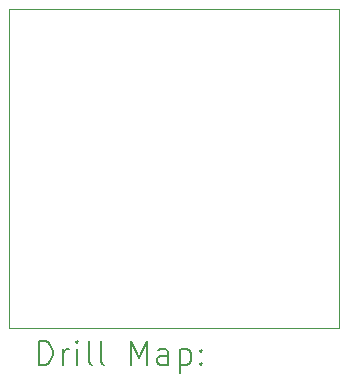
<source format=gbr>
%TF.GenerationSoftware,KiCad,Pcbnew,8.0.5*%
%TF.CreationDate,2025-10-24T23:36:15+02:00*%
%TF.ProjectId,U2O,55324f2e-6b69-4636-9164-5f7063625858,rev?*%
%TF.SameCoordinates,Original*%
%TF.FileFunction,Drillmap*%
%TF.FilePolarity,Positive*%
%FSLAX45Y45*%
G04 Gerber Fmt 4.5, Leading zero omitted, Abs format (unit mm)*
G04 Created by KiCad (PCBNEW 8.0.5) date 2025-10-24 23:36:15*
%MOMM*%
%LPD*%
G01*
G04 APERTURE LIST*
%ADD10C,0.050000*%
%ADD11C,0.200000*%
G04 APERTURE END LIST*
D10*
X1825000Y-1634000D02*
X4625000Y-1634000D01*
X4625000Y-4334000D01*
X1825000Y-4334000D01*
X1825000Y-1634000D01*
D11*
X2083277Y-4647984D02*
X2083277Y-4447984D01*
X2083277Y-4447984D02*
X2130896Y-4447984D01*
X2130896Y-4447984D02*
X2159467Y-4457508D01*
X2159467Y-4457508D02*
X2178515Y-4476555D01*
X2178515Y-4476555D02*
X2188039Y-4495603D01*
X2188039Y-4495603D02*
X2197563Y-4533698D01*
X2197563Y-4533698D02*
X2197563Y-4562270D01*
X2197563Y-4562270D02*
X2188039Y-4600365D01*
X2188039Y-4600365D02*
X2178515Y-4619412D01*
X2178515Y-4619412D02*
X2159467Y-4638460D01*
X2159467Y-4638460D02*
X2130896Y-4647984D01*
X2130896Y-4647984D02*
X2083277Y-4647984D01*
X2283277Y-4647984D02*
X2283277Y-4514650D01*
X2283277Y-4552746D02*
X2292801Y-4533698D01*
X2292801Y-4533698D02*
X2302324Y-4524174D01*
X2302324Y-4524174D02*
X2321372Y-4514650D01*
X2321372Y-4514650D02*
X2340420Y-4514650D01*
X2407086Y-4647984D02*
X2407086Y-4514650D01*
X2407086Y-4447984D02*
X2397563Y-4457508D01*
X2397563Y-4457508D02*
X2407086Y-4467031D01*
X2407086Y-4467031D02*
X2416610Y-4457508D01*
X2416610Y-4457508D02*
X2407086Y-4447984D01*
X2407086Y-4447984D02*
X2407086Y-4467031D01*
X2530896Y-4647984D02*
X2511848Y-4638460D01*
X2511848Y-4638460D02*
X2502324Y-4619412D01*
X2502324Y-4619412D02*
X2502324Y-4447984D01*
X2635658Y-4647984D02*
X2616610Y-4638460D01*
X2616610Y-4638460D02*
X2607086Y-4619412D01*
X2607086Y-4619412D02*
X2607086Y-4447984D01*
X2864229Y-4647984D02*
X2864229Y-4447984D01*
X2864229Y-4447984D02*
X2930896Y-4590841D01*
X2930896Y-4590841D02*
X2997562Y-4447984D01*
X2997562Y-4447984D02*
X2997562Y-4647984D01*
X3178515Y-4647984D02*
X3178515Y-4543222D01*
X3178515Y-4543222D02*
X3168991Y-4524174D01*
X3168991Y-4524174D02*
X3149943Y-4514650D01*
X3149943Y-4514650D02*
X3111848Y-4514650D01*
X3111848Y-4514650D02*
X3092801Y-4524174D01*
X3178515Y-4638460D02*
X3159467Y-4647984D01*
X3159467Y-4647984D02*
X3111848Y-4647984D01*
X3111848Y-4647984D02*
X3092801Y-4638460D01*
X3092801Y-4638460D02*
X3083277Y-4619412D01*
X3083277Y-4619412D02*
X3083277Y-4600365D01*
X3083277Y-4600365D02*
X3092801Y-4581317D01*
X3092801Y-4581317D02*
X3111848Y-4571793D01*
X3111848Y-4571793D02*
X3159467Y-4571793D01*
X3159467Y-4571793D02*
X3178515Y-4562270D01*
X3273753Y-4514650D02*
X3273753Y-4714650D01*
X3273753Y-4524174D02*
X3292801Y-4514650D01*
X3292801Y-4514650D02*
X3330896Y-4514650D01*
X3330896Y-4514650D02*
X3349943Y-4524174D01*
X3349943Y-4524174D02*
X3359467Y-4533698D01*
X3359467Y-4533698D02*
X3368991Y-4552746D01*
X3368991Y-4552746D02*
X3368991Y-4609889D01*
X3368991Y-4609889D02*
X3359467Y-4628936D01*
X3359467Y-4628936D02*
X3349943Y-4638460D01*
X3349943Y-4638460D02*
X3330896Y-4647984D01*
X3330896Y-4647984D02*
X3292801Y-4647984D01*
X3292801Y-4647984D02*
X3273753Y-4638460D01*
X3454705Y-4628936D02*
X3464229Y-4638460D01*
X3464229Y-4638460D02*
X3454705Y-4647984D01*
X3454705Y-4647984D02*
X3445182Y-4638460D01*
X3445182Y-4638460D02*
X3454705Y-4628936D01*
X3454705Y-4628936D02*
X3454705Y-4647984D01*
X3454705Y-4524174D02*
X3464229Y-4533698D01*
X3464229Y-4533698D02*
X3454705Y-4543222D01*
X3454705Y-4543222D02*
X3445182Y-4533698D01*
X3445182Y-4533698D02*
X3454705Y-4524174D01*
X3454705Y-4524174D02*
X3454705Y-4543222D01*
M02*

</source>
